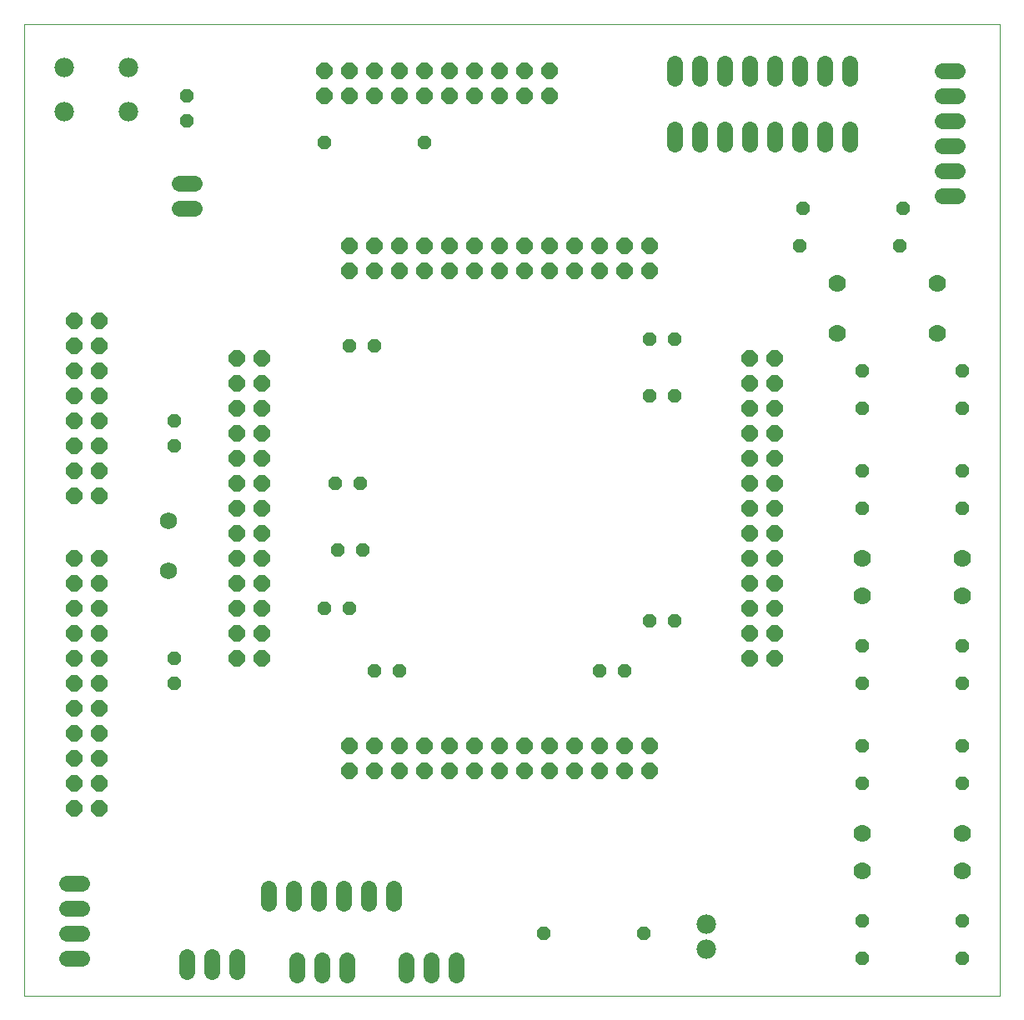
<source format=gbs>
G75*
G70*
%OFA0B0*%
%FSLAX24Y24*%
%IPPOS*%
%LPD*%
%AMOC8*
5,1,8,0,0,1.08239X$1,22.5*
%
%ADD10C,0.0000*%
%ADD11C,0.0640*%
%ADD12OC8,0.0560*%
%ADD13OC8,0.0640*%
%ADD14C,0.0690*%
%ADD15C,0.0780*%
%ADD16C,0.0700*%
D10*
X000160Y000930D02*
X000160Y039800D01*
X039152Y039800D01*
X039152Y000930D01*
X000160Y000930D01*
D11*
X001860Y002430D02*
X002460Y002430D01*
X002460Y003430D02*
X001860Y003430D01*
X001860Y004430D02*
X002460Y004430D01*
X002460Y005430D02*
X001860Y005430D01*
X006660Y002480D02*
X006660Y001880D01*
X007660Y001880D02*
X007660Y002480D01*
X008660Y002480D02*
X008660Y001880D01*
X011035Y001755D02*
X011035Y002355D01*
X012035Y002355D02*
X012035Y001755D01*
X013035Y001755D02*
X013035Y002355D01*
X012910Y004630D02*
X012910Y005230D01*
X011910Y005230D02*
X011910Y004630D01*
X010910Y004630D02*
X010910Y005230D01*
X009910Y005230D02*
X009910Y004630D01*
X013910Y004630D02*
X013910Y005230D01*
X014910Y005230D02*
X014910Y004630D01*
X015410Y002355D02*
X015410Y001755D01*
X016410Y001755D02*
X016410Y002355D01*
X017410Y002355D02*
X017410Y001755D01*
X006960Y032430D02*
X006360Y032430D01*
X006360Y033430D02*
X006960Y033430D01*
X026160Y035005D02*
X026160Y035605D01*
X027160Y035605D02*
X027160Y035005D01*
X028160Y035005D02*
X028160Y035605D01*
X029160Y035605D02*
X029160Y035005D01*
X030160Y035005D02*
X030160Y035605D01*
X031160Y035605D02*
X031160Y035005D01*
X032160Y035005D02*
X032160Y035605D01*
X033160Y035605D02*
X033160Y035005D01*
X033160Y037630D02*
X033160Y038230D01*
X032160Y038230D02*
X032160Y037630D01*
X031160Y037630D02*
X031160Y038230D01*
X030160Y038230D02*
X030160Y037630D01*
X029160Y037630D02*
X029160Y038230D01*
X028160Y038230D02*
X028160Y037630D01*
X027160Y037630D02*
X027160Y038230D01*
X026160Y038230D02*
X026160Y037630D01*
X036860Y037930D02*
X037460Y037930D01*
X037460Y036930D02*
X036860Y036930D01*
X036860Y035930D02*
X037460Y035930D01*
X037460Y034930D02*
X036860Y034930D01*
X036860Y033930D02*
X037460Y033930D01*
X037460Y032930D02*
X036860Y032930D01*
D12*
X035285Y032430D03*
X035160Y030930D03*
X031160Y030930D03*
X031285Y032430D03*
X026160Y027180D03*
X025160Y027180D03*
X025160Y024930D03*
X026160Y024930D03*
X033660Y024430D03*
X033660Y025930D03*
X033660Y021930D03*
X033660Y020430D03*
X037660Y020430D03*
X037660Y021930D03*
X037660Y024430D03*
X037660Y025930D03*
X037660Y014930D03*
X037660Y013430D03*
X037660Y010930D03*
X037660Y009430D03*
X033660Y009430D03*
X033660Y010930D03*
X033660Y013430D03*
X033660Y014930D03*
X026160Y015930D03*
X025160Y015930D03*
X024160Y013930D03*
X023160Y013930D03*
X015160Y013930D03*
X014160Y013930D03*
X013160Y016430D03*
X012160Y016430D03*
X012700Y018750D03*
X013700Y018750D03*
X013580Y021430D03*
X012580Y021430D03*
X013160Y026930D03*
X014160Y026930D03*
X012160Y035055D03*
X016160Y035055D03*
X006660Y035930D03*
X006660Y036930D03*
X006160Y023930D03*
X006160Y022930D03*
X006160Y014430D03*
X006160Y013430D03*
X020910Y003430D03*
X024910Y003430D03*
X033660Y003930D03*
X033660Y002430D03*
X037660Y002430D03*
X037660Y003930D03*
D13*
X030160Y014430D03*
X029160Y014430D03*
X029160Y015430D03*
X030160Y015430D03*
X030160Y016430D03*
X029160Y016430D03*
X029160Y017430D03*
X030160Y017430D03*
X030160Y018430D03*
X029160Y018430D03*
X029160Y019430D03*
X030160Y019430D03*
X030160Y020430D03*
X029160Y020430D03*
X029160Y021430D03*
X030160Y021430D03*
X030160Y022430D03*
X029160Y022430D03*
X029160Y023430D03*
X030160Y023430D03*
X030160Y024430D03*
X029160Y024430D03*
X029160Y025430D03*
X030160Y025430D03*
X030160Y026430D03*
X029160Y026430D03*
X025160Y029930D03*
X024160Y029930D03*
X023160Y029930D03*
X022160Y029930D03*
X021160Y029930D03*
X020160Y029930D03*
X019160Y029930D03*
X018160Y029930D03*
X017160Y029930D03*
X016160Y029930D03*
X015160Y029930D03*
X014160Y029930D03*
X013160Y029930D03*
X013160Y030930D03*
X014160Y030930D03*
X015160Y030930D03*
X016160Y030930D03*
X017160Y030930D03*
X018160Y030930D03*
X019160Y030930D03*
X020160Y030930D03*
X021160Y030930D03*
X022160Y030930D03*
X023160Y030930D03*
X024160Y030930D03*
X025160Y030930D03*
X021160Y036930D03*
X020160Y036930D03*
X020160Y037930D03*
X021160Y037930D03*
X019160Y037930D03*
X019160Y036930D03*
X018160Y036930D03*
X018160Y037930D03*
X017160Y037930D03*
X017160Y036930D03*
X016160Y036930D03*
X016160Y037930D03*
X015160Y037930D03*
X015160Y036930D03*
X014160Y036930D03*
X014160Y037930D03*
X013160Y037930D03*
X013160Y036930D03*
X012160Y036930D03*
X012160Y037930D03*
X003160Y027930D03*
X003160Y026930D03*
X003160Y025930D03*
X003160Y024930D03*
X003160Y023930D03*
X003160Y022930D03*
X003160Y021930D03*
X003160Y020930D03*
X002160Y020930D03*
X002160Y021930D03*
X002160Y022930D03*
X002160Y023930D03*
X002160Y024930D03*
X002160Y025930D03*
X002160Y026930D03*
X002160Y027930D03*
X008660Y026430D03*
X009660Y026430D03*
X009660Y025430D03*
X009660Y024430D03*
X008660Y024430D03*
X008660Y025430D03*
X008660Y023430D03*
X008660Y022430D03*
X009660Y022430D03*
X009660Y023430D03*
X009660Y021430D03*
X009660Y020430D03*
X008660Y020430D03*
X008660Y021430D03*
X008660Y019430D03*
X008660Y018430D03*
X009660Y018430D03*
X009660Y019430D03*
X009660Y017430D03*
X009660Y016430D03*
X008660Y016430D03*
X008660Y017430D03*
X008660Y015430D03*
X008660Y014430D03*
X009660Y014430D03*
X009660Y015430D03*
X013160Y010930D03*
X013160Y009930D03*
X014160Y009930D03*
X015160Y009930D03*
X016160Y009930D03*
X017160Y009930D03*
X018160Y009930D03*
X019160Y009930D03*
X020160Y009930D03*
X021160Y009930D03*
X022160Y009930D03*
X023160Y009930D03*
X024160Y009930D03*
X025160Y009930D03*
X025160Y010930D03*
X024160Y010930D03*
X023160Y010930D03*
X022160Y010930D03*
X021160Y010930D03*
X020160Y010930D03*
X019160Y010930D03*
X018160Y010930D03*
X017160Y010930D03*
X016160Y010930D03*
X015160Y010930D03*
X014160Y010930D03*
X003160Y010430D03*
X003160Y011430D03*
X002160Y011430D03*
X002160Y010430D03*
X002160Y009430D03*
X002160Y008430D03*
X003160Y008430D03*
X003160Y009430D03*
X003160Y012430D03*
X003160Y013430D03*
X002160Y013430D03*
X002160Y012430D03*
X002160Y014430D03*
X002160Y015430D03*
X003160Y015430D03*
X003160Y014430D03*
X003160Y016430D03*
X003160Y017430D03*
X002160Y017430D03*
X002160Y016430D03*
X002160Y018430D03*
X003160Y018430D03*
D14*
X005910Y017930D03*
X005910Y019930D03*
D15*
X004315Y036290D03*
X004315Y038070D03*
X001755Y038070D03*
X001755Y036290D03*
X027410Y003805D03*
X027410Y002805D03*
D16*
X033660Y005930D03*
X033660Y007430D03*
X037660Y007430D03*
X037660Y005930D03*
X037660Y016930D03*
X037660Y018430D03*
X033660Y018430D03*
X033660Y016930D03*
X032660Y027430D03*
X032660Y029430D03*
X036660Y029430D03*
X036660Y027430D03*
M02*

</source>
